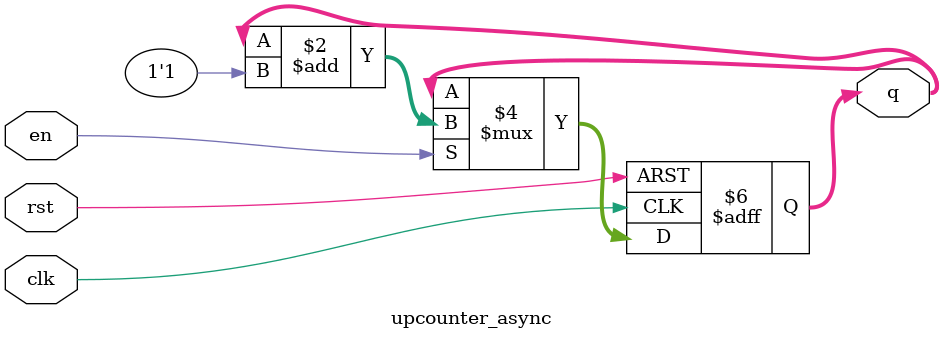
<source format=v>
`timescale 1ns / 1ps


module upcounter_async(clk,rst,en,q);
input clk,rst,en;
output reg [3:0] q;

always@(posedge clk or posedge rst) begin
if (rst)
q<=4'b0000;
else
 if(en)
  q<=q+1'b1;
 else
  q<=q;
end
endmodule


</source>
